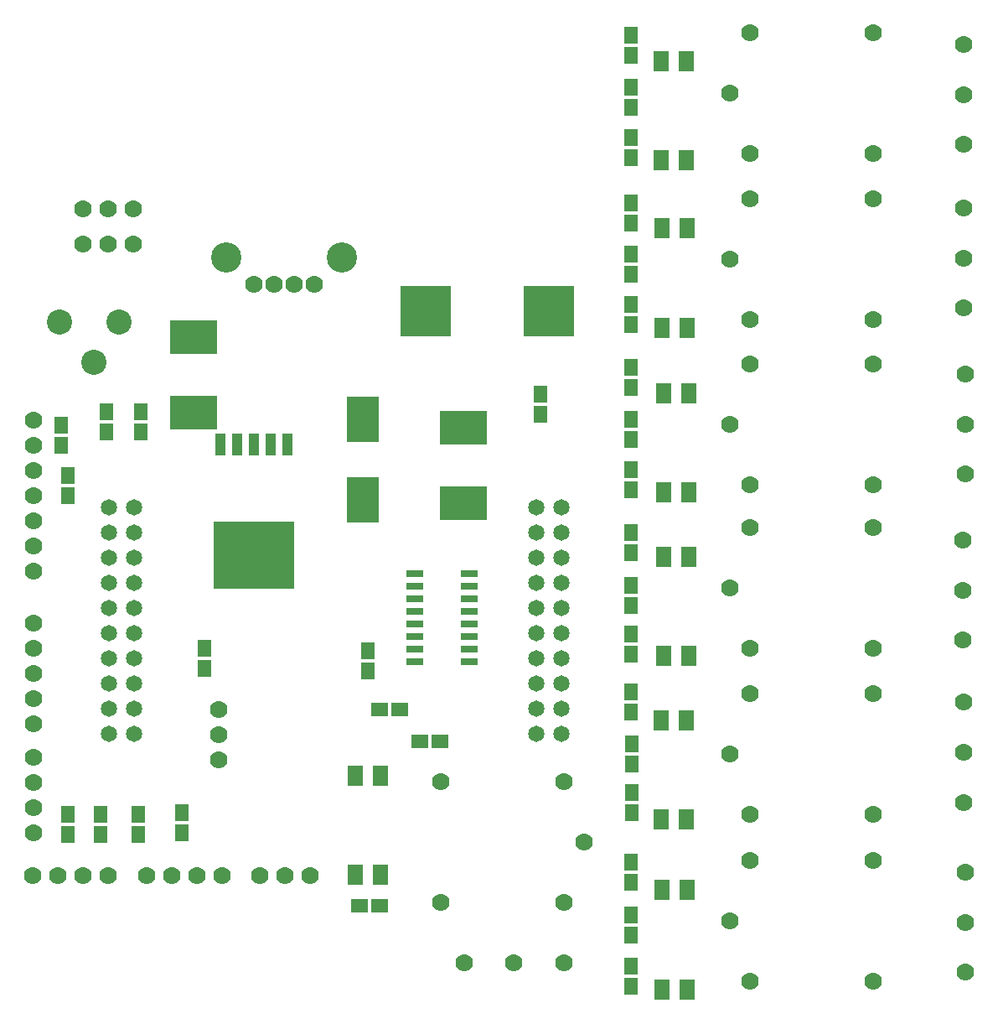
<source format=gbr>
G04 CAM350 V10.0.1 (Build 312) Date:  Thu Jul 28 16:14:56 2016 *
G04 Database: C:\arctmp\odbjob_v7\odbjob_v7.cam *
G04 Layer 2: smt *
%FSLAX23Y23*%
%MOIN*%
%SFA1.000B1.000*%

%MIA0B0*%
%IPPOS*%
%ADD10C,0.00000*%
%ADD12R,0.06500X0.02500*%
%ADD13R,0.05500X0.06500*%
%ADD14R,0.06500X0.05500*%
%ADD15C,0.07000*%
%ADD16C,0.06500*%
%ADD17R,0.04200X0.08500*%
%ADD18R,0.18500X0.13500*%
%ADD19C,0.10000*%
%ADD70R,0.06000X0.08000*%
%ADD71R,0.20000X0.20000*%
%ADD20R,0.13000X0.18000*%
%ADD21C,0.12000*%
%ADD22R,0.32000X0.27000*%
%LNsmt*%
%LPD*%
G54D12*
X16317Y7385D03*
G54D13*
X17180Y6635D03*
G54D12*
X16317Y7285D03*
G54D14*
X16175Y6265D03*
G54D17*
X15809Y8100D03*
G54D18*
X15435Y8525D03*
G54D70*
X17295Y7003D03*
G54D13*
X17175Y7035D03*
G54D70*
X17305Y7653D03*
G54D13*
X17175Y7670D03*
G54D70*
X17305Y8303D03*
G54D13*
X17175Y8325D03*
G54D70*
X17305Y7907D03*
G54D13*
X17175Y8000D03*
G54D70*
X17305Y7257D03*
G54D13*
X17175Y7345D03*
X17180Y6715D03*
G54D70*
X17295Y6607D03*
G54D13*
X17175Y6025D03*
G54D70*
X17300Y5932D03*
X16080Y6387D03*
G54D14*
X16095Y6265D03*
G54D70*
X16180Y6783D03*
G54D14*
X16335Y6920D03*
G54D12*
X16533Y7585D03*
G54D13*
X17175Y6230D03*
G54D70*
X17400Y6328D03*
G54D13*
X17180Y6910D03*
G54D70*
X17395Y7003D03*
G54D13*
X17175Y7540D03*
G54D70*
X17405Y7653D03*
G54D13*
X17175Y8200D03*
G54D70*
X17405Y8303D03*
G54D12*
X16533Y7285D03*
Y7335D03*
G54D13*
X17175Y6150D03*
X16815Y8300D03*
G54D71*
X16850Y8630D03*
G54D70*
X17400Y5932D03*
G54D13*
X17180Y6830D03*
G54D70*
X17395Y6607D03*
X17405Y7257D03*
G54D13*
X17175Y7460D03*
G54D70*
X17405Y7907D03*
G54D13*
X17175Y8120D03*
Y8775D03*
G54D70*
X17400Y8562D03*
G54D13*
X17175Y9440D03*
G54D70*
X17395Y9227D03*
G54D13*
X16130Y7200D03*
G54D12*
X16533Y7235D03*
G54D14*
X16415Y6920D03*
G54D70*
X16180Y6387D03*
G54D13*
X14935Y6550D03*
X15065D03*
X15215D03*
X15480Y7210D03*
G54D17*
X15608Y8100D03*
G54D13*
X15225Y8150D03*
X15390Y6635D03*
G54D18*
X16510Y8165D03*
G54D12*
X16533Y7385D03*
Y7535D03*
G54D17*
X15675Y8100D03*
G54D13*
X16130Y7280D03*
G54D12*
X16317Y7235D03*
G54D13*
X16815Y8220D03*
G54D18*
X16510Y7865D03*
G54D20*
X16110Y7880D03*
G54D13*
X14935Y6630D03*
X15065D03*
X15215D03*
X15480Y7290D03*
G54D18*
X15435Y8225D03*
G54D17*
X15541Y8100D03*
G54D13*
X15090Y8150D03*
X15390Y6555D03*
X14935Y7975D03*
X14910Y8095D03*
X17175Y9725D03*
Y9060D03*
G54D14*
X16255Y7045D03*
G54D70*
X16080Y6783D03*
G54D14*
X16175Y7045D03*
G54D13*
X17175Y6440D03*
Y7115D03*
Y7750D03*
Y8405D03*
G54D12*
X16533Y7435D03*
G54D13*
X15090Y8230D03*
X15225D03*
G54D12*
X16533Y7485D03*
G54D13*
X14935Y7895D03*
X14910Y8175D03*
G54D71*
X16360Y8630D03*
G54D20*
X16110Y8200D03*
G54D17*
X15742Y8100D03*
G54D12*
X16317Y7335D03*
G54D13*
X17175Y5945D03*
G54D12*
X16317Y7535D03*
G54D13*
X17175Y8575D03*
G54D12*
X16317Y7435D03*
G54D13*
X17175Y7265D03*
G54D12*
X16317Y7585D03*
G54D13*
X17175Y7920D03*
G54D12*
X16317Y7485D03*
G54D13*
X17175Y9240D03*
Y9320D03*
G54D70*
X17295Y9227D03*
Y9623D03*
G54D13*
X17175Y9645D03*
Y9520D03*
G54D70*
X17395Y9623D03*
G54D13*
X17175Y8655D03*
G54D70*
X17300Y8562D03*
Y8958D03*
G54D13*
X17175Y8980D03*
Y8855D03*
G54D70*
X17400Y8958D03*
X17300Y6328D03*
G54D13*
X17175Y6360D03*
G54D22*
X15675Y7660D03*
G54D10*
X16900Y6950D03*
X17650Y7110D03*
X15700Y8010D03*
X16000Y7910D03*
X16533Y7585D03*
Y7535D03*
Y7485D03*
Y7385D03*
Y7435D03*
Y7335D03*
X16317Y7585D03*
X17180Y7920D03*
X16317Y7435D03*
X17175Y7265D03*
X16317Y7385D03*
X17180Y6635D03*
X16317Y7335D03*
X17175Y5945D03*
X16175Y6260D03*
X16317Y7285D03*
Y7535D03*
X17175Y8575D03*
X16317Y7485D03*
X17175Y9235D03*
G54D19*
X14902Y8585D03*
X15140D03*
X15040Y8425D03*
G54D15*
X15915Y8735D03*
X15835D03*
X15755D03*
X15675D03*
G54D21*
X15564Y8842D03*
X16026D03*
G54D15*
X16910Y6760D03*
Y6280D03*
X16990Y6520D03*
X16420Y6760D03*
Y6280D03*
X17650Y5965D03*
Y6445D03*
X17570Y6205D03*
X18140Y5965D03*
Y6445D03*
X17650Y6630D03*
Y7110D03*
X17570Y6870D03*
X18140Y6630D03*
Y7110D03*
X17650Y7290D03*
Y7770D03*
X17570Y7530D03*
X18140Y7290D03*
Y7770D03*
X17650Y7940D03*
Y8420D03*
X17570Y8180D03*
X18140Y7940D03*
Y8420D03*
X17650Y8595D03*
Y9075D03*
X17570Y8835D03*
X18140Y8595D03*
Y9075D03*
X17650Y9255D03*
Y9735D03*
X17570Y9495D03*
X18140Y9255D03*
Y9735D03*
X16909Y6040D03*
X16710D03*
X16511D03*
X18505Y6399D03*
Y6200D03*
Y6001D03*
X18500Y7074D03*
Y6875D03*
Y6676D03*
X18495Y7719D03*
Y7520D03*
Y7321D03*
X18505Y8379D03*
Y8180D03*
Y7981D03*
X18500Y9039D03*
Y8840D03*
Y8641D03*
Y9689D03*
Y9490D03*
Y9291D03*
X15535Y7045D03*
Y6945D03*
Y6845D03*
X15700Y6385D03*
X15800D03*
X15900D03*
X15550D03*
X15450D03*
X15350D03*
X15250D03*
X15095D03*
X14995D03*
X14895D03*
X14795D03*
X14800Y6555D03*
Y6655D03*
Y6755D03*
Y6855D03*
Y7390D03*
Y7290D03*
Y7190D03*
Y7090D03*
Y6990D03*
Y7595D03*
Y7695D03*
Y7795D03*
Y7895D03*
Y7995D03*
Y8095D03*
Y8195D03*
X14995Y8896D03*
X15095D03*
X15195D03*
Y9034D03*
X15095D03*
X14995D03*
G54D16*
X15100Y7850D03*
Y7750D03*
Y7650D03*
Y7550D03*
Y7450D03*
Y7350D03*
Y7250D03*
Y7150D03*
Y7050D03*
Y6950D03*
X16900D03*
Y7050D03*
Y7150D03*
Y7250D03*
Y7350D03*
Y7450D03*
Y7550D03*
Y7650D03*
Y7750D03*
Y7850D03*
X15200D03*
Y7750D03*
Y7650D03*
Y7550D03*
Y7450D03*
Y7350D03*
Y7250D03*
Y7150D03*
Y7050D03*
Y6950D03*
X16800D03*
Y7050D03*
Y7150D03*
Y7250D03*
Y7350D03*
Y7450D03*
Y7550D03*
Y7650D03*
Y7750D03*
Y7850D03*
M02*

</source>
